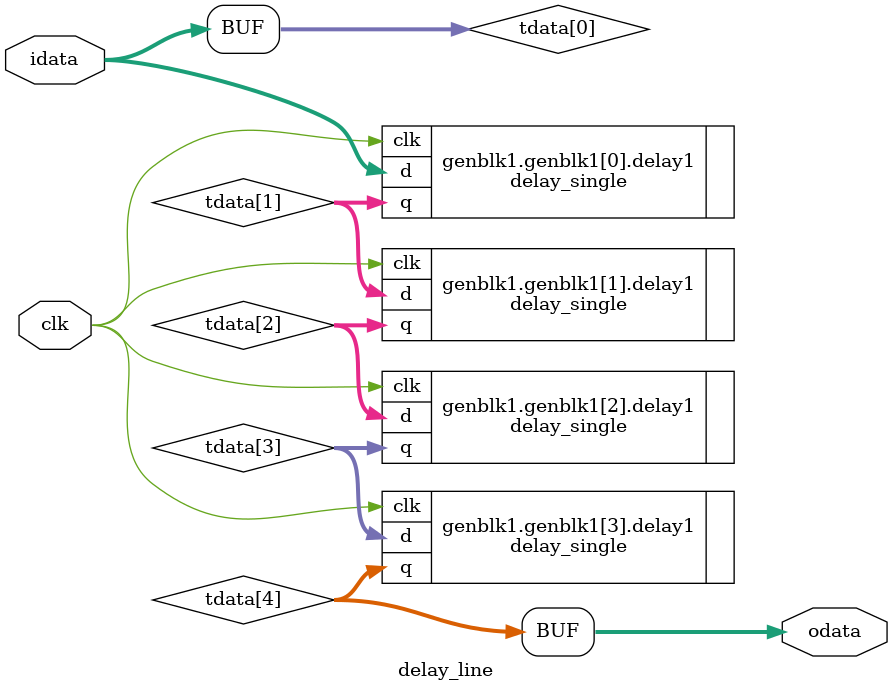
<source format=v>
`timescale 1ns / 1ps


module delay_line # (
    parameter N = 4,
    parameter DELAY = 4
)
(
    input [N-1:0] idata,
    input clk,
    output [N-1:0] odata
    );
    wire [N-1:0] tdata [DELAY:0];
    assign tdata[0] = idata;
    genvar i;
    generate
        if (DELAY == 0) begin
            assign odata = idata;
        end 
        else begin
            for (i = 0; i < DELAY; i = i + 1) begin
                delay_single #(
                .N(N)
                )
                delay1
                (
                .clk(clk),
                .d(tdata[i]),
                .q(tdata[i+1])
                );
              end
              assign odata = tdata[DELAY];
         end
    endgenerate
endmodule

</source>
